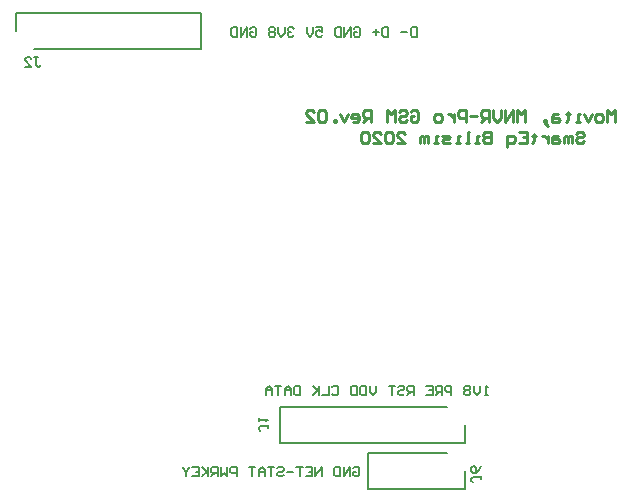
<source format=gbo>
G04*
G04 #@! TF.GenerationSoftware,Altium Limited,Altium Designer,20.0.13 (296)*
G04*
G04 Layer_Color=32896*
%FSLAX25Y25*%
%MOIN*%
G70*
G01*
G75*
%ADD11C,0.00787*%
%ADD13C,0.00500*%
%ADD61C,0.01000*%
D11*
X152260Y2150D02*
Y8150D01*
X119882Y2150D02*
X152260D01*
X119882D02*
Y14150D01*
X146339D01*
X8661Y148685D02*
X64449D01*
Y160685D01*
X2740D02*
X64449D01*
X2740Y154685D02*
Y160685D01*
X152260Y17307D02*
Y23307D01*
X90551Y17307D02*
X152260D01*
X90551D02*
Y29307D01*
X146339D01*
D13*
X159894Y33374D02*
X158844D01*
X159369D01*
Y36523D01*
X159894Y35998D01*
X157270Y36523D02*
Y34424D01*
X156220Y33374D01*
X155171Y34424D01*
Y36523D01*
X154121Y35998D02*
X153596Y36523D01*
X152547D01*
X152022Y35998D01*
Y35473D01*
X152547Y34948D01*
X152022Y34424D01*
Y33899D01*
X152547Y33374D01*
X153596D01*
X154121Y33899D01*
Y34424D01*
X153596Y34948D01*
X154121Y35473D01*
Y35998D01*
X153596Y34948D02*
X152547D01*
X147824Y33374D02*
Y36523D01*
X146250D01*
X145725Y35998D01*
Y34948D01*
X146250Y34424D01*
X147824D01*
X144676Y33374D02*
Y36523D01*
X143101D01*
X142576Y35998D01*
Y34948D01*
X143101Y34424D01*
X144676D01*
X143626D02*
X142576Y33374D01*
X139428Y36523D02*
X141527D01*
Y33374D01*
X139428D01*
X141527Y34948D02*
X140477D01*
X135230Y33374D02*
Y36523D01*
X133655D01*
X133131Y35998D01*
Y34948D01*
X133655Y34424D01*
X135230D01*
X134180D02*
X133131Y33374D01*
X129982Y35998D02*
X130507Y36523D01*
X131556D01*
X132081Y35998D01*
Y35473D01*
X131556Y34948D01*
X130507D01*
X129982Y34424D01*
Y33899D01*
X130507Y33374D01*
X131556D01*
X132081Y33899D01*
X128933Y36523D02*
X126833D01*
X127883D01*
Y33374D01*
X122635Y36523D02*
Y34424D01*
X121586Y33374D01*
X120536Y34424D01*
Y36523D01*
X119487D02*
Y33374D01*
X117912D01*
X117388Y33899D01*
Y35998D01*
X117912Y36523D01*
X119487D01*
X116338D02*
Y33374D01*
X114764D01*
X114239Y33899D01*
Y35998D01*
X114764Y36523D01*
X116338D01*
X107942Y35998D02*
X108467Y36523D01*
X109516D01*
X110041Y35998D01*
Y33899D01*
X109516Y33374D01*
X108467D01*
X107942Y33899D01*
X106892Y36523D02*
Y33374D01*
X104793D01*
X103744Y36523D02*
Y33374D01*
Y34424D01*
X101645Y36523D01*
X103219Y34948D01*
X101645Y33374D01*
X97447Y36523D02*
Y33374D01*
X95872D01*
X95348Y33899D01*
Y35998D01*
X95872Y36523D01*
X97447D01*
X94298Y33374D02*
Y35473D01*
X93248Y36523D01*
X92199Y35473D01*
Y33374D01*
Y34948D01*
X94298D01*
X91149Y36523D02*
X89050D01*
X90100D01*
Y33374D01*
X88001D02*
Y35473D01*
X86951Y36523D01*
X85902Y35473D01*
Y33374D01*
Y34948D01*
X88001D01*
X136272Y156050D02*
Y152902D01*
X134697D01*
X134173Y153426D01*
Y155525D01*
X134697Y156050D01*
X136272D01*
X133123Y154476D02*
X131024D01*
X126826Y156050D02*
Y152902D01*
X125252D01*
X124727Y153426D01*
Y155525D01*
X125252Y156050D01*
X126826D01*
X123677Y154476D02*
X121578D01*
X122628Y155525D02*
Y153426D01*
X115281Y155525D02*
X115806Y156050D01*
X116855D01*
X117380Y155525D01*
Y153426D01*
X116855Y152902D01*
X115806D01*
X115281Y153426D01*
Y154476D01*
X116331D01*
X114232Y152902D02*
Y156050D01*
X112133Y152902D01*
Y156050D01*
X111083D02*
Y152902D01*
X109509D01*
X108984Y153426D01*
Y155525D01*
X109509Y156050D01*
X111083D01*
X102687D02*
X104786D01*
Y154476D01*
X103736Y155001D01*
X103211D01*
X102687Y154476D01*
Y153426D01*
X103211Y152902D01*
X104261D01*
X104786Y153426D01*
X101637Y156050D02*
Y153951D01*
X100588Y152902D01*
X99538Y153951D01*
Y156050D01*
X95340Y155525D02*
X94815Y156050D01*
X93766D01*
X93241Y155525D01*
Y155001D01*
X93766Y154476D01*
X94290D01*
X93766D01*
X93241Y153951D01*
Y153426D01*
X93766Y152902D01*
X94815D01*
X95340Y153426D01*
X92191Y156050D02*
Y153951D01*
X91142Y152902D01*
X90092Y153951D01*
Y156050D01*
X89043Y155525D02*
X88518Y156050D01*
X87468D01*
X86944Y155525D01*
Y155001D01*
X87468Y154476D01*
X86944Y153951D01*
Y153426D01*
X87468Y152902D01*
X88518D01*
X89043Y153426D01*
Y153951D01*
X88518Y154476D01*
X89043Y155001D01*
Y155525D01*
X88518Y154476D02*
X87468D01*
X80647Y155525D02*
X81171Y156050D01*
X82221D01*
X82746Y155525D01*
Y153426D01*
X82221Y152902D01*
X81171D01*
X80647Y153426D01*
Y154476D01*
X81696D01*
X79597Y152902D02*
Y156050D01*
X77498Y152902D01*
Y156050D01*
X76448D02*
Y152902D01*
X74874D01*
X74349Y153426D01*
Y155525D01*
X74874Y156050D01*
X76448D01*
X115015Y8984D02*
X115540Y9509D01*
X116589D01*
X117114Y8984D01*
Y6885D01*
X116589Y6360D01*
X115540D01*
X115015Y6885D01*
Y7934D01*
X116065D01*
X113965Y6360D02*
Y9509D01*
X111866Y6360D01*
Y9509D01*
X110817D02*
Y6360D01*
X109243D01*
X108718Y6885D01*
Y8984D01*
X109243Y9509D01*
X110817D01*
X104520Y6360D02*
Y9509D01*
X102421Y6360D01*
Y9509D01*
X99272D02*
X101371D01*
Y6360D01*
X99272D01*
X101371Y7934D02*
X100322D01*
X98223Y9509D02*
X96123D01*
X97173D01*
Y6360D01*
X95074Y7934D02*
X92975D01*
X89826Y8984D02*
X90351Y9509D01*
X91401D01*
X91925Y8984D01*
Y8459D01*
X91401Y7934D01*
X90351D01*
X89826Y7410D01*
Y6885D01*
X90351Y6360D01*
X91401D01*
X91925Y6885D01*
X88777Y9509D02*
X86678D01*
X87727D01*
Y6360D01*
X85628D02*
Y8459D01*
X84579Y9509D01*
X83529Y8459D01*
Y6360D01*
Y7934D01*
X85628D01*
X82480Y9509D02*
X80380D01*
X81430D01*
Y6360D01*
X76182D02*
Y9509D01*
X74608D01*
X74083Y8984D01*
Y7934D01*
X74608Y7410D01*
X76182D01*
X73034Y9509D02*
Y6360D01*
X71984Y7410D01*
X70935Y6360D01*
Y9509D01*
X69885Y6360D02*
Y9509D01*
X68311D01*
X67786Y8984D01*
Y7934D01*
X68311Y7410D01*
X69885D01*
X68836D02*
X67786Y6360D01*
X66737Y9509D02*
Y6360D01*
Y7410D01*
X64638Y9509D01*
X66212Y7934D01*
X64638Y6360D01*
X61489Y9509D02*
X63588D01*
Y6360D01*
X61489D01*
X63588Y7934D02*
X62538D01*
X60439Y9509D02*
Y8984D01*
X59390Y7934D01*
X58340Y8984D01*
Y9509D01*
X59390Y7934D02*
Y6360D01*
X157559Y6483D02*
Y5434D01*
Y5958D01*
X154935D01*
X154410Y5434D01*
Y4909D01*
X154935Y4384D01*
X157559Y9632D02*
X157034Y8582D01*
X155984Y7533D01*
X154935D01*
X154410Y8057D01*
Y9107D01*
X154935Y9632D01*
X155459D01*
X155984Y9107D01*
Y7533D01*
X8806Y146023D02*
X9856D01*
X9331D01*
Y143399D01*
X9856Y142874D01*
X10381D01*
X10905Y143399D01*
X5658Y142874D02*
X7757D01*
X5658Y144973D01*
Y145498D01*
X6183Y146023D01*
X7232D01*
X7757Y145498D01*
X86652Y23595D02*
Y22546D01*
Y23070D01*
X84029D01*
X83504Y22546D01*
Y22021D01*
X84029Y21496D01*
X83504Y24645D02*
Y25694D01*
Y25169D01*
X86652D01*
X86128Y24645D01*
D61*
X189250Y120592D02*
X189906Y121248D01*
X191218D01*
X191874Y120592D01*
Y119936D01*
X191218Y119280D01*
X189906D01*
X189250Y118624D01*
Y117968D01*
X189906Y117312D01*
X191218D01*
X191874Y117968D01*
X187938Y117312D02*
Y119936D01*
X187282D01*
X186626Y119280D01*
Y117312D01*
Y119280D01*
X185970Y119936D01*
X185315Y119280D01*
Y117312D01*
X183347Y119936D02*
X182035D01*
X181379Y119280D01*
Y117312D01*
X183347D01*
X184002Y117968D01*
X183347Y118624D01*
X181379D01*
X180067Y119936D02*
Y117312D01*
Y118624D01*
X179411Y119280D01*
X178755Y119936D01*
X178099D01*
X175475Y120592D02*
Y119936D01*
X176131D01*
X174819D01*
X175475D01*
Y117968D01*
X174819Y117312D01*
X170227Y121248D02*
X172851D01*
Y117312D01*
X170227D01*
X172851Y119280D02*
X171539D01*
X166292Y116000D02*
Y119936D01*
X168260D01*
X168915Y119280D01*
Y117968D01*
X168260Y117312D01*
X166292D01*
X161044Y121248D02*
Y117312D01*
X159076D01*
X158420Y117968D01*
Y118624D01*
X159076Y119280D01*
X161044D01*
X159076D01*
X158420Y119936D01*
Y120592D01*
X159076Y121248D01*
X161044D01*
X157108Y117312D02*
X155796D01*
X156452D01*
Y119936D01*
X157108D01*
X153829Y117312D02*
X152517D01*
X153173D01*
Y121248D01*
X153829D01*
X150549Y117312D02*
X149237D01*
X149893D01*
Y119936D01*
X150549D01*
X147269Y117312D02*
X145301D01*
X144645Y117968D01*
X145301Y118624D01*
X146613D01*
X147269Y119280D01*
X146613Y119936D01*
X144645D01*
X143333Y117312D02*
X142021D01*
X142677D01*
Y119936D01*
X143333D01*
X140053Y117312D02*
Y119936D01*
X139398D01*
X138742Y119280D01*
Y117312D01*
Y119280D01*
X138086Y119936D01*
X137430Y119280D01*
Y117312D01*
X129558D02*
X132182D01*
X129558Y119936D01*
Y120592D01*
X130214Y121248D01*
X131526D01*
X132182Y120592D01*
X128246D02*
X127590Y121248D01*
X126278D01*
X125622Y120592D01*
Y117968D01*
X126278Y117312D01*
X127590D01*
X128246Y117968D01*
Y120592D01*
X121687Y117312D02*
X124311D01*
X121687Y119936D01*
Y120592D01*
X122343Y121248D01*
X123654D01*
X124311Y120592D01*
X120375D02*
X119719Y121248D01*
X118407D01*
X117751Y120592D01*
Y117968D01*
X118407Y117312D01*
X119719D01*
X120375Y117968D01*
Y120592D01*
X202386Y124359D02*
Y128295D01*
X201074Y126983D01*
X199762Y128295D01*
Y124359D01*
X197794D02*
X196482D01*
X195826Y125015D01*
Y126327D01*
X196482Y126983D01*
X197794D01*
X198450Y126327D01*
Y125015D01*
X197794Y124359D01*
X194514Y126983D02*
X193202Y124359D01*
X191891Y126983D01*
X190579Y124359D02*
X189267D01*
X189923D01*
Y126983D01*
X190579D01*
X186643Y127639D02*
Y126983D01*
X187299D01*
X185987D01*
X186643D01*
Y125015D01*
X185987Y124359D01*
X183363Y126983D02*
X182051D01*
X181395Y126327D01*
Y124359D01*
X183363D01*
X184019Y125015D01*
X183363Y125671D01*
X181395D01*
X179427Y123703D02*
X178771Y124359D01*
Y125015D01*
X179427D01*
Y124359D01*
X178771D01*
X179427Y123703D01*
X180083Y123047D01*
X172212Y124359D02*
Y128295D01*
X170900Y126983D01*
X169588Y128295D01*
Y124359D01*
X168276D02*
Y128295D01*
X165652Y124359D01*
Y128295D01*
X164340D02*
Y125671D01*
X163028Y124359D01*
X161716Y125671D01*
Y128295D01*
X160405Y124359D02*
Y128295D01*
X158437D01*
X157781Y127639D01*
Y126327D01*
X158437Y125671D01*
X160405D01*
X159093D02*
X157781Y124359D01*
X156469Y126327D02*
X153845D01*
X152533Y124359D02*
Y128295D01*
X150565D01*
X149909Y127639D01*
Y126327D01*
X150565Y125671D01*
X152533D01*
X148597Y126983D02*
Y124359D01*
Y125671D01*
X147941Y126327D01*
X147285Y126983D01*
X146630D01*
X144006Y124359D02*
X142694D01*
X142038Y125015D01*
Y126327D01*
X142694Y126983D01*
X144006D01*
X144662Y126327D01*
Y125015D01*
X144006Y124359D01*
X134166Y127639D02*
X134822Y128295D01*
X136134D01*
X136790Y127639D01*
Y125015D01*
X136134Y124359D01*
X134822D01*
X134166Y125015D01*
Y126327D01*
X135478D01*
X130231Y127639D02*
X130887Y128295D01*
X132199D01*
X132854Y127639D01*
Y126983D01*
X132199Y126327D01*
X130887D01*
X130231Y125671D01*
Y125015D01*
X130887Y124359D01*
X132199D01*
X132854Y125015D01*
X128919Y124359D02*
Y128295D01*
X127607Y126983D01*
X126295Y128295D01*
Y124359D01*
X121047D02*
Y128295D01*
X119079D01*
X118423Y127639D01*
Y126327D01*
X119079Y125671D01*
X121047D01*
X119735D02*
X118423Y124359D01*
X115144D02*
X116455D01*
X117112Y125015D01*
Y126327D01*
X116455Y126983D01*
X115144D01*
X114488Y126327D01*
Y125671D01*
X117112D01*
X113176Y126983D02*
X111864Y124359D01*
X110552Y126983D01*
X109240Y124359D02*
Y125015D01*
X108584D01*
Y124359D01*
X109240D01*
X105960Y127639D02*
X105304Y128295D01*
X103992D01*
X103336Y127639D01*
Y125015D01*
X103992Y124359D01*
X105304D01*
X105960Y125015D01*
Y127639D01*
X99401Y124359D02*
X102024D01*
X99401Y126983D01*
Y127639D01*
X100057Y128295D01*
X101368D01*
X102024Y127639D01*
M02*

</source>
